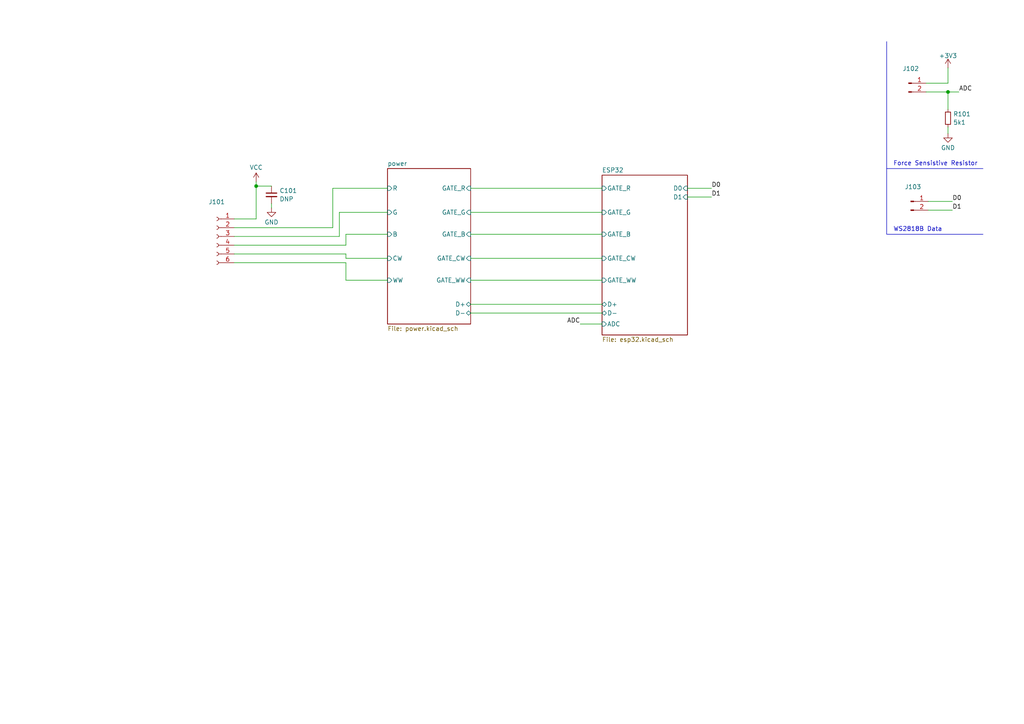
<source format=kicad_sch>
(kicad_sch (version 20230121) (generator eeschema)

  (uuid 0b103096-a731-4980-a7f5-92df1267246e)

  (paper "A4")

  (lib_symbols
    (symbol "Connector:Conn_01x02_Pin" (pin_names (offset 1.016) hide) (in_bom yes) (on_board yes)
      (property "Reference" "J" (at 0 2.54 0)
        (effects (font (size 1.27 1.27)))
      )
      (property "Value" "Conn_01x02_Pin" (at 0 -5.08 0)
        (effects (font (size 1.27 1.27)))
      )
      (property "Footprint" "" (at 0 0 0)
        (effects (font (size 1.27 1.27)) hide)
      )
      (property "Datasheet" "~" (at 0 0 0)
        (effects (font (size 1.27 1.27)) hide)
      )
      (property "ki_locked" "" (at 0 0 0)
        (effects (font (size 1.27 1.27)))
      )
      (property "ki_keywords" "connector" (at 0 0 0)
        (effects (font (size 1.27 1.27)) hide)
      )
      (property "ki_description" "Generic connector, single row, 01x02, script generated" (at 0 0 0)
        (effects (font (size 1.27 1.27)) hide)
      )
      (property "ki_fp_filters" "Connector*:*_1x??_*" (at 0 0 0)
        (effects (font (size 1.27 1.27)) hide)
      )
      (symbol "Conn_01x02_Pin_1_1"
        (polyline
          (pts
            (xy 1.27 -2.54)
            (xy 0.8636 -2.54)
          )
          (stroke (width 0.1524) (type default))
          (fill (type none))
        )
        (polyline
          (pts
            (xy 1.27 0)
            (xy 0.8636 0)
          )
          (stroke (width 0.1524) (type default))
          (fill (type none))
        )
        (rectangle (start 0.8636 -2.413) (end 0 -2.667)
          (stroke (width 0.1524) (type default))
          (fill (type outline))
        )
        (rectangle (start 0.8636 0.127) (end 0 -0.127)
          (stroke (width 0.1524) (type default))
          (fill (type outline))
        )
        (pin passive line (at 5.08 0 180) (length 3.81)
          (name "Pin_1" (effects (font (size 1.27 1.27))))
          (number "1" (effects (font (size 1.27 1.27))))
        )
        (pin passive line (at 5.08 -2.54 180) (length 3.81)
          (name "Pin_2" (effects (font (size 1.27 1.27))))
          (number "2" (effects (font (size 1.27 1.27))))
        )
      )
    )
    (symbol "Connector:Conn_01x06_Socket" (pin_names (offset 1.016) hide) (in_bom yes) (on_board yes)
      (property "Reference" "J" (at 0 7.62 0)
        (effects (font (size 1.27 1.27)))
      )
      (property "Value" "Conn_01x06_Socket" (at 0 -10.16 0)
        (effects (font (size 1.27 1.27)))
      )
      (property "Footprint" "" (at 0 0 0)
        (effects (font (size 1.27 1.27)) hide)
      )
      (property "Datasheet" "~" (at 0 0 0)
        (effects (font (size 1.27 1.27)) hide)
      )
      (property "ki_locked" "" (at 0 0 0)
        (effects (font (size 1.27 1.27)))
      )
      (property "ki_keywords" "connector" (at 0 0 0)
        (effects (font (size 1.27 1.27)) hide)
      )
      (property "ki_description" "Generic connector, single row, 01x06, script generated" (at 0 0 0)
        (effects (font (size 1.27 1.27)) hide)
      )
      (property "ki_fp_filters" "Connector*:*_1x??_*" (at 0 0 0)
        (effects (font (size 1.27 1.27)) hide)
      )
      (symbol "Conn_01x06_Socket_1_1"
        (arc (start 0 -7.112) (mid -0.5058 -7.62) (end 0 -8.128)
          (stroke (width 0.1524) (type default))
          (fill (type none))
        )
        (arc (start 0 -4.572) (mid -0.5058 -5.08) (end 0 -5.588)
          (stroke (width 0.1524) (type default))
          (fill (type none))
        )
        (arc (start 0 -2.032) (mid -0.5058 -2.54) (end 0 -3.048)
          (stroke (width 0.1524) (type default))
          (fill (type none))
        )
        (polyline
          (pts
            (xy -1.27 -7.62)
            (xy -0.508 -7.62)
          )
          (stroke (width 0.1524) (type default))
          (fill (type none))
        )
        (polyline
          (pts
            (xy -1.27 -5.08)
            (xy -0.508 -5.08)
          )
          (stroke (width 0.1524) (type default))
          (fill (type none))
        )
        (polyline
          (pts
            (xy -1.27 -2.54)
            (xy -0.508 -2.54)
          )
          (stroke (width 0.1524) (type default))
          (fill (type none))
        )
        (polyline
          (pts
            (xy -1.27 0)
            (xy -0.508 0)
          )
          (stroke (width 0.1524) (type default))
          (fill (type none))
        )
        (polyline
          (pts
            (xy -1.27 2.54)
            (xy -0.508 2.54)
          )
          (stroke (width 0.1524) (type default))
          (fill (type none))
        )
        (polyline
          (pts
            (xy -1.27 5.08)
            (xy -0.508 5.08)
          )
          (stroke (width 0.1524) (type default))
          (fill (type none))
        )
        (arc (start 0 0.508) (mid -0.5058 0) (end 0 -0.508)
          (stroke (width 0.1524) (type default))
          (fill (type none))
        )
        (arc (start 0 3.048) (mid -0.5058 2.54) (end 0 2.032)
          (stroke (width 0.1524) (type default))
          (fill (type none))
        )
        (arc (start 0 5.588) (mid -0.5058 5.08) (end 0 4.572)
          (stroke (width 0.1524) (type default))
          (fill (type none))
        )
        (pin passive line (at -5.08 5.08 0) (length 3.81)
          (name "Pin_1" (effects (font (size 1.27 1.27))))
          (number "1" (effects (font (size 1.27 1.27))))
        )
        (pin passive line (at -5.08 2.54 0) (length 3.81)
          (name "Pin_2" (effects (font (size 1.27 1.27))))
          (number "2" (effects (font (size 1.27 1.27))))
        )
        (pin passive line (at -5.08 0 0) (length 3.81)
          (name "Pin_3" (effects (font (size 1.27 1.27))))
          (number "3" (effects (font (size 1.27 1.27))))
        )
        (pin passive line (at -5.08 -2.54 0) (length 3.81)
          (name "Pin_4" (effects (font (size 1.27 1.27))))
          (number "4" (effects (font (size 1.27 1.27))))
        )
        (pin passive line (at -5.08 -5.08 0) (length 3.81)
          (name "Pin_5" (effects (font (size 1.27 1.27))))
          (number "5" (effects (font (size 1.27 1.27))))
        )
        (pin passive line (at -5.08 -7.62 0) (length 3.81)
          (name "Pin_6" (effects (font (size 1.27 1.27))))
          (number "6" (effects (font (size 1.27 1.27))))
        )
      )
    )
    (symbol "Device:C_Small" (pin_numbers hide) (pin_names (offset 0.254) hide) (in_bom yes) (on_board yes)
      (property "Reference" "C" (at 0.254 1.778 0)
        (effects (font (size 1.27 1.27)) (justify left))
      )
      (property "Value" "C_Small" (at 0.254 -2.032 0)
        (effects (font (size 1.27 1.27)) (justify left))
      )
      (property "Footprint" "" (at 0 0 0)
        (effects (font (size 1.27 1.27)) hide)
      )
      (property "Datasheet" "~" (at 0 0 0)
        (effects (font (size 1.27 1.27)) hide)
      )
      (property "ki_keywords" "capacitor cap" (at 0 0 0)
        (effects (font (size 1.27 1.27)) hide)
      )
      (property "ki_description" "Unpolarized capacitor, small symbol" (at 0 0 0)
        (effects (font (size 1.27 1.27)) hide)
      )
      (property "ki_fp_filters" "C_*" (at 0 0 0)
        (effects (font (size 1.27 1.27)) hide)
      )
      (symbol "C_Small_0_1"
        (polyline
          (pts
            (xy -1.524 -0.508)
            (xy 1.524 -0.508)
          )
          (stroke (width 0.3302) (type default))
          (fill (type none))
        )
        (polyline
          (pts
            (xy -1.524 0.508)
            (xy 1.524 0.508)
          )
          (stroke (width 0.3048) (type default))
          (fill (type none))
        )
      )
      (symbol "C_Small_1_1"
        (pin passive line (at 0 2.54 270) (length 2.032)
          (name "~" (effects (font (size 1.27 1.27))))
          (number "1" (effects (font (size 1.27 1.27))))
        )
        (pin passive line (at 0 -2.54 90) (length 2.032)
          (name "~" (effects (font (size 1.27 1.27))))
          (number "2" (effects (font (size 1.27 1.27))))
        )
      )
    )
    (symbol "Device:R_Small" (pin_numbers hide) (pin_names (offset 0.254) hide) (in_bom yes) (on_board yes)
      (property "Reference" "R" (at 0.762 0.508 0)
        (effects (font (size 1.27 1.27)) (justify left))
      )
      (property "Value" "R_Small" (at 0.762 -1.016 0)
        (effects (font (size 1.27 1.27)) (justify left))
      )
      (property "Footprint" "" (at 0 0 0)
        (effects (font (size 1.27 1.27)) hide)
      )
      (property "Datasheet" "~" (at 0 0 0)
        (effects (font (size 1.27 1.27)) hide)
      )
      (property "ki_keywords" "R resistor" (at 0 0 0)
        (effects (font (size 1.27 1.27)) hide)
      )
      (property "ki_description" "Resistor, small symbol" (at 0 0 0)
        (effects (font (size 1.27 1.27)) hide)
      )
      (property "ki_fp_filters" "R_*" (at 0 0 0)
        (effects (font (size 1.27 1.27)) hide)
      )
      (symbol "R_Small_0_1"
        (rectangle (start -0.762 1.778) (end 0.762 -1.778)
          (stroke (width 0.2032) (type default))
          (fill (type none))
        )
      )
      (symbol "R_Small_1_1"
        (pin passive line (at 0 2.54 270) (length 0.762)
          (name "~" (effects (font (size 1.27 1.27))))
          (number "1" (effects (font (size 1.27 1.27))))
        )
        (pin passive line (at 0 -2.54 90) (length 0.762)
          (name "~" (effects (font (size 1.27 1.27))))
          (number "2" (effects (font (size 1.27 1.27))))
        )
      )
    )
    (symbol "power:+3V3" (power) (pin_names (offset 0)) (in_bom yes) (on_board yes)
      (property "Reference" "#PWR" (at 0 -3.81 0)
        (effects (font (size 1.27 1.27)) hide)
      )
      (property "Value" "+3V3" (at 0 3.556 0)
        (effects (font (size 1.27 1.27)))
      )
      (property "Footprint" "" (at 0 0 0)
        (effects (font (size 1.27 1.27)) hide)
      )
      (property "Datasheet" "" (at 0 0 0)
        (effects (font (size 1.27 1.27)) hide)
      )
      (property "ki_keywords" "global power" (at 0 0 0)
        (effects (font (size 1.27 1.27)) hide)
      )
      (property "ki_description" "Power symbol creates a global label with name \"+3V3\"" (at 0 0 0)
        (effects (font (size 1.27 1.27)) hide)
      )
      (symbol "+3V3_0_1"
        (polyline
          (pts
            (xy -0.762 1.27)
            (xy 0 2.54)
          )
          (stroke (width 0) (type default))
          (fill (type none))
        )
        (polyline
          (pts
            (xy 0 0)
            (xy 0 2.54)
          )
          (stroke (width 0) (type default))
          (fill (type none))
        )
        (polyline
          (pts
            (xy 0 2.54)
            (xy 0.762 1.27)
          )
          (stroke (width 0) (type default))
          (fill (type none))
        )
      )
      (symbol "+3V3_1_1"
        (pin power_in line (at 0 0 90) (length 0) hide
          (name "+3V3" (effects (font (size 1.27 1.27))))
          (number "1" (effects (font (size 1.27 1.27))))
        )
      )
    )
    (symbol "power:GND" (power) (pin_names (offset 0)) (in_bom yes) (on_board yes)
      (property "Reference" "#PWR" (at 0 -6.35 0)
        (effects (font (size 1.27 1.27)) hide)
      )
      (property "Value" "GND" (at 0 -3.81 0)
        (effects (font (size 1.27 1.27)))
      )
      (property "Footprint" "" (at 0 0 0)
        (effects (font (size 1.27 1.27)) hide)
      )
      (property "Datasheet" "" (at 0 0 0)
        (effects (font (size 1.27 1.27)) hide)
      )
      (property "ki_keywords" "global power" (at 0 0 0)
        (effects (font (size 1.27 1.27)) hide)
      )
      (property "ki_description" "Power symbol creates a global label with name \"GND\" , ground" (at 0 0 0)
        (effects (font (size 1.27 1.27)) hide)
      )
      (symbol "GND_0_1"
        (polyline
          (pts
            (xy 0 0)
            (xy 0 -1.27)
            (xy 1.27 -1.27)
            (xy 0 -2.54)
            (xy -1.27 -1.27)
            (xy 0 -1.27)
          )
          (stroke (width 0) (type default))
          (fill (type none))
        )
      )
      (symbol "GND_1_1"
        (pin power_in line (at 0 0 270) (length 0) hide
          (name "GND" (effects (font (size 1.27 1.27))))
          (number "1" (effects (font (size 1.27 1.27))))
        )
      )
    )
    (symbol "power:VCC" (power) (pin_names (offset 0)) (in_bom yes) (on_board yes)
      (property "Reference" "#PWR" (at 0 -3.81 0)
        (effects (font (size 1.27 1.27)) hide)
      )
      (property "Value" "VCC" (at 0 3.81 0)
        (effects (font (size 1.27 1.27)))
      )
      (property "Footprint" "" (at 0 0 0)
        (effects (font (size 1.27 1.27)) hide)
      )
      (property "Datasheet" "" (at 0 0 0)
        (effects (font (size 1.27 1.27)) hide)
      )
      (property "ki_keywords" "global power" (at 0 0 0)
        (effects (font (size 1.27 1.27)) hide)
      )
      (property "ki_description" "Power symbol creates a global label with name \"VCC\"" (at 0 0 0)
        (effects (font (size 1.27 1.27)) hide)
      )
      (symbol "VCC_0_1"
        (polyline
          (pts
            (xy -0.762 1.27)
            (xy 0 2.54)
          )
          (stroke (width 0) (type default))
          (fill (type none))
        )
        (polyline
          (pts
            (xy 0 0)
            (xy 0 2.54)
          )
          (stroke (width 0) (type default))
          (fill (type none))
        )
        (polyline
          (pts
            (xy 0 2.54)
            (xy 0.762 1.27)
          )
          (stroke (width 0) (type default))
          (fill (type none))
        )
      )
      (symbol "VCC_1_1"
        (pin power_in line (at 0 0 90) (length 0) hide
          (name "VCC" (effects (font (size 1.27 1.27))))
          (number "1" (effects (font (size 1.27 1.27))))
        )
      )
    )
  )

  (junction (at 74.295 53.975) (diameter 0) (color 0 0 0 0)
    (uuid 89ea689d-8710-4e40-a5a5-002bd156b872)
  )
  (junction (at 274.955 26.67) (diameter 0) (color 0 0 0 0)
    (uuid baecd981-74df-4f30-b5d9-c41a0e51ea2b)
  )

  (wire (pts (xy 136.525 54.61) (xy 174.625 54.61))
    (stroke (width 0) (type default))
    (uuid 0dedd5b2-4863-442b-80e4-9fefb8934232)
  )
  (wire (pts (xy 112.395 81.28) (xy 100.33 81.28))
    (stroke (width 0) (type default))
    (uuid 0f91a619-942c-4f0a-aa32-46adb616c845)
  )
  (wire (pts (xy 112.395 61.595) (xy 98.425 61.595))
    (stroke (width 0) (type default))
    (uuid 0fe04589-f5cf-43ec-9405-5cb28b9b3f29)
  )
  (wire (pts (xy 98.425 61.595) (xy 98.425 68.58))
    (stroke (width 0) (type default))
    (uuid 12c80bde-ef91-49fa-98a5-2d5afd141efc)
  )
  (wire (pts (xy 100.33 76.2) (xy 67.945 76.2))
    (stroke (width 0) (type default))
    (uuid 1451d4e9-709f-41ca-a169-d12cbd8a4ec2)
  )
  (wire (pts (xy 136.525 61.595) (xy 174.625 61.595))
    (stroke (width 0) (type default))
    (uuid 149019e7-b50d-4154-9c02-7f8ec6e94da5)
  )
  (wire (pts (xy 274.955 26.67) (xy 274.955 31.75))
    (stroke (width 0) (type default))
    (uuid 1bc29d0b-b4e4-42a7-8d2b-46be58066b2b)
  )
  (wire (pts (xy 274.955 19.685) (xy 274.955 24.13))
    (stroke (width 0) (type default))
    (uuid 1ccb123f-eeaa-4765-9d76-07c936c682e6)
  )
  (wire (pts (xy 268.605 24.13) (xy 274.955 24.13))
    (stroke (width 0) (type default))
    (uuid 2ec8aaae-7e9b-4ec8-9804-f793f34def9e)
  )
  (wire (pts (xy 100.33 71.12) (xy 100.33 67.945))
    (stroke (width 0) (type default))
    (uuid 3d471c1e-e766-454b-a4ae-9347f21b5eb6)
  )
  (wire (pts (xy 136.525 90.805) (xy 174.625 90.805))
    (stroke (width 0) (type default))
    (uuid 3d915bed-6092-480f-94c1-33263d2308e1)
  )
  (wire (pts (xy 98.425 68.58) (xy 67.945 68.58))
    (stroke (width 0) (type default))
    (uuid 3e0933b1-37e8-4483-ba25-21e996ab68ba)
  )
  (wire (pts (xy 268.605 26.67) (xy 274.955 26.67))
    (stroke (width 0) (type default))
    (uuid 407d3965-31f8-4199-9649-736d195f3542)
  )
  (wire (pts (xy 100.33 73.66) (xy 100.33 74.93))
    (stroke (width 0) (type default))
    (uuid 4449a231-a4ce-4e85-9090-f614264ae6d9)
  )
  (wire (pts (xy 74.295 63.5) (xy 67.945 63.5))
    (stroke (width 0) (type default))
    (uuid 454b9188-83d4-4427-811a-ea96f075aa99)
  )
  (wire (pts (xy 78.74 59.055) (xy 78.74 60.325))
    (stroke (width 0) (type default))
    (uuid 5b332332-a024-455a-8171-8b3e352145e8)
  )
  (wire (pts (xy 199.39 57.15) (xy 206.375 57.15))
    (stroke (width 0) (type default))
    (uuid 5b97490b-0f7e-4e39-9326-7a2f33755413)
  )
  (wire (pts (xy 96.52 54.61) (xy 112.395 54.61))
    (stroke (width 0) (type default))
    (uuid 5d07cf3d-184d-498c-b5ee-41186d5a8365)
  )
  (polyline (pts (xy 257.175 12.065) (xy 257.175 48.895))
    (stroke (width 0) (type default))
    (uuid 61cfaa6b-777b-41c6-9444-19c774550c03)
  )

  (wire (pts (xy 67.945 73.66) (xy 100.33 73.66))
    (stroke (width 0) (type default))
    (uuid 623f5f19-2b03-49a6-a95e-d2d9cb5b6d11)
  )
  (polyline (pts (xy 285.115 48.895) (xy 257.175 48.895))
    (stroke (width 0) (type default))
    (uuid 63447860-40f1-4dd6-8716-a676334a6bb7)
  )

  (wire (pts (xy 274.955 36.83) (xy 274.955 38.735))
    (stroke (width 0) (type default))
    (uuid 6c3365ec-5b7c-47ce-9a4f-e3e7f2ebb292)
  )
  (wire (pts (xy 74.295 52.705) (xy 74.295 53.975))
    (stroke (width 0) (type default))
    (uuid 76168152-c800-425d-8653-3aab329d94b1)
  )
  (wire (pts (xy 136.525 88.265) (xy 174.625 88.265))
    (stroke (width 0) (type default))
    (uuid 81d4c217-5c6a-435e-9383-bf380d704c23)
  )
  (wire (pts (xy 269.24 58.42) (xy 276.225 58.42))
    (stroke (width 0) (type default))
    (uuid 8c900286-7e25-4373-bc41-f4c34c0b1703)
  )
  (wire (pts (xy 136.525 81.28) (xy 174.625 81.28))
    (stroke (width 0) (type default))
    (uuid 9035df7a-6a7e-427a-9483-cfebe51c1036)
  )
  (wire (pts (xy 67.945 66.04) (xy 96.52 66.04))
    (stroke (width 0) (type default))
    (uuid 9a88031d-363d-4357-b676-b1fa6b5f5ee4)
  )
  (wire (pts (xy 100.33 67.945) (xy 112.395 67.945))
    (stroke (width 0) (type default))
    (uuid a2c75dee-e714-4b66-8e24-624f95f6f827)
  )
  (wire (pts (xy 96.52 66.04) (xy 96.52 54.61))
    (stroke (width 0) (type default))
    (uuid af995dc4-d39d-46ab-a61c-5374081f2bb3)
  )
  (wire (pts (xy 100.33 74.93) (xy 112.395 74.93))
    (stroke (width 0) (type default))
    (uuid b309cad7-8b9e-4c04-9e1e-b4ebf63dc620)
  )
  (wire (pts (xy 67.945 71.12) (xy 100.33 71.12))
    (stroke (width 0) (type default))
    (uuid b9686187-a480-4559-82d1-82f597fc078c)
  )
  (wire (pts (xy 199.39 54.61) (xy 206.375 54.61))
    (stroke (width 0) (type default))
    (uuid b9d6f218-0f1d-410f-9d41-cee18a916d52)
  )
  (polyline (pts (xy 257.175 48.895) (xy 257.175 67.945))
    (stroke (width 0) (type default))
    (uuid be4a996e-b040-46de-8fe9-8b3f153435b6)
  )

  (wire (pts (xy 74.295 53.975) (xy 78.74 53.975))
    (stroke (width 0) (type default))
    (uuid c5ea0771-b312-472c-8676-6816ad47612a)
  )
  (wire (pts (xy 168.275 93.98) (xy 174.625 93.98))
    (stroke (width 0) (type default))
    (uuid caf8e12c-ba24-4eeb-a42e-c3e85bfc9b44)
  )
  (wire (pts (xy 136.525 74.93) (xy 174.625 74.93))
    (stroke (width 0) (type default))
    (uuid ce06051e-a879-4a26-8555-17b04ea25ba5)
  )
  (wire (pts (xy 100.33 81.28) (xy 100.33 76.2))
    (stroke (width 0) (type default))
    (uuid e26f475f-dec9-48f5-84d9-a5bcb55e09f9)
  )
  (polyline (pts (xy 257.175 67.945) (xy 285.115 67.945))
    (stroke (width 0) (type default))
    (uuid f1a931cb-89c7-4646-8302-4afd989236f5)
  )

  (wire (pts (xy 274.955 26.67) (xy 278.13 26.67))
    (stroke (width 0) (type default))
    (uuid f4976253-af8c-422e-b115-e2bac2fc40ab)
  )
  (wire (pts (xy 74.295 53.975) (xy 74.295 63.5))
    (stroke (width 0) (type default))
    (uuid f93686a9-d6e5-4792-bc80-41e0f70a447f)
  )
  (wire (pts (xy 269.24 60.96) (xy 276.225 60.96))
    (stroke (width 0) (type default))
    (uuid facbcdc7-0448-4019-9ea3-0afb77a1726a)
  )
  (wire (pts (xy 136.525 67.945) (xy 174.625 67.945))
    (stroke (width 0) (type default))
    (uuid fef337ad-1e6f-486d-931d-1e859fbf2847)
  )

  (text "WS2818B Data" (at 259.08 67.31 0)
    (effects (font (size 1.27 1.27)) (justify left bottom))
    (uuid 39bca20d-3dc4-4116-848d-1710a16901bf)
  )
  (text "Force Sensistive Resistor" (at 259.08 48.26 0)
    (effects (font (size 1.27 1.27)) (justify left bottom))
    (uuid e3078242-28ce-4cf8-9227-b50a3cbc320e)
  )

  (label "ADC" (at 168.275 93.98 180) (fields_autoplaced)
    (effects (font (size 1.27 1.27)) (justify right bottom))
    (uuid 74897004-4a70-4316-b220-cca0afd24d5c)
  )
  (label "D0" (at 276.225 58.42 0) (fields_autoplaced)
    (effects (font (size 1.27 1.27)) (justify left bottom))
    (uuid b4b68a20-653f-4e12-9c2f-36063823c49f)
  )
  (label "D1" (at 276.225 60.96 0) (fields_autoplaced)
    (effects (font (size 1.27 1.27)) (justify left bottom))
    (uuid c52f309b-894b-4931-867c-f4491d43aa5c)
  )
  (label "D1" (at 206.375 57.15 0) (fields_autoplaced)
    (effects (font (size 1.27 1.27)) (justify left bottom))
    (uuid c5fba6a7-862f-4293-8da7-cfbc61430ae5)
  )
  (label "ADC" (at 278.13 26.67 0) (fields_autoplaced)
    (effects (font (size 1.27 1.27)) (justify left bottom))
    (uuid cf3c61f5-bcba-4849-8740-d90934255881)
  )
  (label "D0" (at 206.375 54.61 0) (fields_autoplaced)
    (effects (font (size 1.27 1.27)) (justify left bottom))
    (uuid e464e7c8-2846-4bda-8a08-ae50600cdd69)
  )

  (symbol (lib_id "power:GND") (at 274.955 38.735 0) (unit 1)
    (in_bom yes) (on_board yes) (dnp no) (fields_autoplaced)
    (uuid 0492a06f-4b3e-4f9d-8188-1a343d32cddf)
    (property "Reference" "#PWR0302" (at 274.955 45.085 0)
      (effects (font (size 1.27 1.27)) hide)
    )
    (property "Value" "GND" (at 274.955 42.8705 0)
      (effects (font (size 1.27 1.27)))
    )
    (property "Footprint" "" (at 274.955 38.735 0)
      (effects (font (size 1.27 1.27)) hide)
    )
    (property "Datasheet" "" (at 274.955 38.735 0)
      (effects (font (size 1.27 1.27)) hide)
    )
    (pin "1" (uuid 28f1cc74-f462-4cf9-9ed3-4f89b23a1874))
    (instances
      (project "esp-lightthing"
        (path "/0b103096-a731-4980-a7f5-92df1267246e/8ad7d6df-9e47-4169-ab41-228f84034efb"
          (reference "#PWR0302") (unit 1)
        )
        (path "/0b103096-a731-4980-a7f5-92df1267246e"
          (reference "#PWR0102") (unit 1)
        )
      )
      (project "esp"
        (path "/d8fe67a6-0689-48b0-90b5-ae5bbcd4903f/a20e1ea5-baf5-46c7-887c-3485b8e49df2"
          (reference "#PWR04") (unit 1)
        )
      )
    )
  )

  (symbol (lib_id "Connector:Conn_01x02_Pin") (at 264.16 58.42 0) (unit 1)
    (in_bom yes) (on_board yes) (dnp no) (fields_autoplaced)
    (uuid 1c2af9ca-8c2c-4b92-9fa5-7994e8a8504c)
    (property "Reference" "J103" (at 264.795 54.1995 0)
      (effects (font (size 1.27 1.27)))
    )
    (property "Value" "Conn_01x02_Pin" (at 264.795 56.6237 0)
      (effects (font (size 1.27 1.27)) hide)
    )
    (property "Footprint" "Connector_PinHeader_2.54mm:PinHeader_1x02_P2.54mm_Vertical" (at 264.16 58.42 0)
      (effects (font (size 1.27 1.27)) hide)
    )
    (property "Datasheet" "~" (at 264.16 58.42 0)
      (effects (font (size 1.27 1.27)) hide)
    )
    (pin "1" (uuid a988b957-fc62-48b1-b6ac-b66666371841))
    (pin "2" (uuid 44bbce8c-57f7-415f-83fd-e415f72e1378))
    (instances
      (project "esp-lightthing"
        (path "/0b103096-a731-4980-a7f5-92df1267246e"
          (reference "J103") (unit 1)
        )
      )
    )
  )

  (symbol (lib_id "power:VCC") (at 74.295 52.705 0) (unit 1)
    (in_bom yes) (on_board yes) (dnp no) (fields_autoplaced)
    (uuid 57a9adf9-2d1a-4ae4-80ef-cc3452c138cb)
    (property "Reference" "#PWR027" (at 74.295 56.515 0)
      (effects (font (size 1.27 1.27)) hide)
    )
    (property "Value" "VCC" (at 74.295 48.5719 0)
      (effects (font (size 1.27 1.27)))
    )
    (property "Footprint" "" (at 74.295 52.705 0)
      (effects (font (size 1.27 1.27)) hide)
    )
    (property "Datasheet" "" (at 74.295 52.705 0)
      (effects (font (size 1.27 1.27)) hide)
    )
    (pin "1" (uuid 83d10da5-20e8-4d8a-a1a0-f7e68157413f))
    (instances
      (project "esp-lightthing"
        (path "/0b103096-a731-4980-a7f5-92df1267246e/140b74e8-edad-4950-8399-0dacc5925973"
          (reference "#PWR027") (unit 1)
        )
        (path "/0b103096-a731-4980-a7f5-92df1267246e"
          (reference "#PWR07") (unit 1)
        )
      )
    )
  )

  (symbol (lib_id "power:GND") (at 78.74 60.325 0) (unit 1)
    (in_bom yes) (on_board yes) (dnp no) (fields_autoplaced)
    (uuid 6c75b2ea-2e81-4260-b5ac-d7254b82fcbd)
    (property "Reference" "#PWR0103" (at 78.74 66.675 0)
      (effects (font (size 1.27 1.27)) hide)
    )
    (property "Value" "GND" (at 78.74 64.4581 0)
      (effects (font (size 1.27 1.27)))
    )
    (property "Footprint" "" (at 78.74 60.325 0)
      (effects (font (size 1.27 1.27)) hide)
    )
    (property "Datasheet" "" (at 78.74 60.325 0)
      (effects (font (size 1.27 1.27)) hide)
    )
    (pin "1" (uuid cb75bb1d-ee21-43a4-9e79-98937b920d94))
    (instances
      (project "esp-lightthing"
        (path "/0b103096-a731-4980-a7f5-92df1267246e"
          (reference "#PWR0103") (unit 1)
        )
      )
    )
  )

  (symbol (lib_id "Connector:Conn_01x06_Socket") (at 62.865 68.58 0) (mirror y) (unit 1)
    (in_bom yes) (on_board yes) (dnp no)
    (uuid 7bf0874a-f734-4f02-b7e8-0d268ef912a5)
    (property "Reference" "J101" (at 62.865 58.563 0)
      (effects (font (size 1.27 1.27)))
    )
    (property "Value" "Conn_01x06_Socket" (at 62.865 56.515 0)
      (effects (font (size 1.27 1.27)) hide)
    )
    (property "Footprint" "peepeedoodookaka:WJ124-3.81-6P" (at 62.865 68.58 0)
      (effects (font (size 1.27 1.27)) hide)
    )
    (property "Datasheet" "~" (at 62.865 68.58 0)
      (effects (font (size 1.27 1.27)) hide)
    )
    (pin "1" (uuid 211a68d6-711c-4601-ac39-a147d3da8220))
    (pin "2" (uuid 801f844d-5ede-42ae-8a07-bfee58752348))
    (pin "3" (uuid ad78ff14-e8a0-49e3-8071-4235b50e1aed))
    (pin "4" (uuid d4707e4f-5968-418e-96d4-e211432c1e46))
    (pin "5" (uuid 89dad9e3-e994-483d-a25c-2fdd236740c4))
    (pin "6" (uuid d704bd35-f3d8-418d-aa98-6b98de87dcf1))
    (instances
      (project "esp-lightthing"
        (path "/0b103096-a731-4980-a7f5-92df1267246e"
          (reference "J101") (unit 1)
        )
      )
    )
  )

  (symbol (lib_id "power:+3V3") (at 274.955 19.685 0) (unit 1)
    (in_bom yes) (on_board yes) (dnp no)
    (uuid 8ff80f78-adab-487e-9498-ed02ea630f65)
    (property "Reference" "#PWR0301" (at 274.955 23.495 0)
      (effects (font (size 1.27 1.27)) hide)
    )
    (property "Value" "+3V3" (at 274.955 16.1831 0)
      (effects (font (size 1.27 1.27)))
    )
    (property "Footprint" "" (at 274.955 19.685 0)
      (effects (font (size 1.27 1.27)) hide)
    )
    (property "Datasheet" "" (at 274.955 19.685 0)
      (effects (font (size 1.27 1.27)) hide)
    )
    (pin "1" (uuid 4fb18301-603b-4bad-a728-9026c68d997d))
    (instances
      (project "esp-lightthing"
        (path "/0b103096-a731-4980-a7f5-92df1267246e/8ad7d6df-9e47-4169-ab41-228f84034efb"
          (reference "#PWR0301") (unit 1)
        )
        (path "/0b103096-a731-4980-a7f5-92df1267246e"
          (reference "#PWR0101") (unit 1)
        )
      )
      (project "esp"
        (path "/d8fe67a6-0689-48b0-90b5-ae5bbcd4903f/a20e1ea5-baf5-46c7-887c-3485b8e49df2"
          (reference "#PWR015") (unit 1)
        )
      )
    )
  )

  (symbol (lib_id "Device:C_Small") (at 78.74 56.515 0) (unit 1)
    (in_bom yes) (on_board yes) (dnp no) (fields_autoplaced)
    (uuid c90e4cf6-43a7-44f9-86dd-5a4e2535877b)
    (property "Reference" "C101" (at 81.0641 55.3092 0)
      (effects (font (size 1.27 1.27)) (justify left))
    )
    (property "Value" "DNP" (at 81.0641 57.7334 0)
      (effects (font (size 1.27 1.27)) (justify left))
    )
    (property "Footprint" "Connector_PinHeader_2.54mm:PinHeader_1x02_P2.54mm_Vertical" (at 78.74 56.515 0)
      (effects (font (size 1.27 1.27)) hide)
    )
    (property "Datasheet" "~" (at 78.74 56.515 0)
      (effects (font (size 1.27 1.27)) hide)
    )
    (pin "1" (uuid ebb3ac31-d83d-4dd2-8f17-2b0780c23d73))
    (pin "2" (uuid d26c0a42-befa-4fb1-a488-da390efce0e5))
    (instances
      (project "esp-lightthing"
        (path "/0b103096-a731-4980-a7f5-92df1267246e"
          (reference "C101") (unit 1)
        )
      )
    )
  )

  (symbol (lib_id "Device:R_Small") (at 274.955 34.29 0) (unit 1)
    (in_bom yes) (on_board yes) (dnp no) (fields_autoplaced)
    (uuid d939c5a8-8092-4b58-98e3-4036b4314823)
    (property "Reference" "R302" (at 276.4536 33.0779 0)
      (effects (font (size 1.27 1.27)) (justify left))
    )
    (property "Value" "5k1" (at 276.4536 35.5021 0)
      (effects (font (size 1.27 1.27)) (justify left))
    )
    (property "Footprint" "Resistor_SMD:R_0402_1005Metric" (at 274.955 34.29 0)
      (effects (font (size 1.27 1.27)) hide)
    )
    (property "Datasheet" "~" (at 274.955 34.29 0)
      (effects (font (size 1.27 1.27)) hide)
    )
    (pin "1" (uuid fb3f7c2b-e463-49f9-bd1b-5351527185c4))
    (pin "2" (uuid b3b96a05-ef4b-4de0-a895-778d8f726a32))
    (instances
      (project "esp-lightthing"
        (path "/0b103096-a731-4980-a7f5-92df1267246e/8ad7d6df-9e47-4169-ab41-228f84034efb"
          (reference "R302") (unit 1)
        )
        (path "/0b103096-a731-4980-a7f5-92df1267246e"
          (reference "R101") (unit 1)
        )
      )
      (project "esp"
        (path "/d8fe67a6-0689-48b0-90b5-ae5bbcd4903f/18caef91-1001-428e-8d9c-39705f29246a"
          (reference "R2") (unit 1)
        )
        (path "/d8fe67a6-0689-48b0-90b5-ae5bbcd4903f/a20e1ea5-baf5-46c7-887c-3485b8e49df2"
          (reference "R11") (unit 1)
        )
      )
    )
  )

  (symbol (lib_id "Connector:Conn_01x02_Pin") (at 263.525 24.13 0) (unit 1)
    (in_bom yes) (on_board yes) (dnp no) (fields_autoplaced)
    (uuid f690e0d4-0c47-4d0a-94d4-8e077e379882)
    (property "Reference" "J102" (at 264.16 19.9095 0)
      (effects (font (size 1.27 1.27)))
    )
    (property "Value" "Conn_01x02_Pin" (at 264.16 22.3337 0)
      (effects (font (size 1.27 1.27)) hide)
    )
    (property "Footprint" "Connector_PinHeader_2.54mm:PinHeader_1x02_P2.54mm_Vertical" (at 263.525 24.13 0)
      (effects (font (size 1.27 1.27)) hide)
    )
    (property "Datasheet" "~" (at 263.525 24.13 0)
      (effects (font (size 1.27 1.27)) hide)
    )
    (pin "1" (uuid 286d8a23-fc00-4255-bc11-1cc809b9af59))
    (pin "2" (uuid c3a69559-e367-4dec-9050-c36e6a96fa8c))
    (instances
      (project "esp-lightthing"
        (path "/0b103096-a731-4980-a7f5-92df1267246e"
          (reference "J102") (unit 1)
        )
      )
    )
  )

  (sheet (at 112.395 48.895) (size 24.13 45.085) (fields_autoplaced)
    (stroke (width 0.1524) (type solid))
    (fill (color 0 0 0 0.0000))
    (uuid 140b74e8-edad-4950-8399-0dacc5925973)
    (property "Sheetname" "power" (at 112.395 48.1834 0)
      (effects (font (size 1.27 1.27)) (justify left bottom))
    )
    (property "Sheetfile" "power.kicad_sch" (at 112.395 94.5646 0)
      (effects (font (size 1.27 1.27)) (justify left top))
    )
    (pin "B" input (at 112.395 67.945 180)
      (effects (font (size 1.27 1.27)) (justify left))
      (uuid 3aab6311-1085-4ff0-b9c7-e4c6c955aa28)
    )
    (pin "CW" input (at 112.395 74.93 180)
      (effects (font (size 1.27 1.27)) (justify left))
      (uuid e15931d8-c5aa-4727-a34e-1bfd18b3c002)
    )
    (pin "GATE_CW" input (at 136.525 74.93 0)
      (effects (font (size 1.27 1.27)) (justify right))
      (uuid 201a02a4-e867-46d4-9736-a6cffadb3e22)
    )
    (pin "GATE_B" input (at 136.525 67.945 0)
      (effects (font (size 1.27 1.27)) (justify right))
      (uuid 42324d1a-af27-442e-a7f4-243118027002)
    )
    (pin "WW" input (at 112.395 81.28 180)
      (effects (font (size 1.27 1.27)) (justify left))
      (uuid fbb61d2a-54e3-454a-ac38-42b5fa1742aa)
    )
    (pin "GATE_WW" input (at 136.525 81.28 0)
      (effects (font (size 1.27 1.27)) (justify right))
      (uuid 8de17ee0-efff-4da2-9846-072f5e1df814)
    )
    (pin "G" input (at 112.395 61.595 180)
      (effects (font (size 1.27 1.27)) (justify left))
      (uuid 855750a4-be0d-4da5-823a-67ae91e80944)
    )
    (pin "GATE_R" input (at 136.525 54.61 0)
      (effects (font (size 1.27 1.27)) (justify right))
      (uuid 85720d8c-a449-42a3-b242-97d4497fc432)
    )
    (pin "R" input (at 112.395 54.61 180)
      (effects (font (size 1.27 1.27)) (justify left))
      (uuid 6ce9f0d2-2645-4d7d-9093-d52d922a1fc9)
    )
    (pin "GATE_G" input (at 136.525 61.595 0)
      (effects (font (size 1.27 1.27)) (justify right))
      (uuid f4c1123f-134d-4c3b-8c45-60494632b4e6)
    )
    (pin "D-" bidirectional (at 136.525 90.805 0)
      (effects (font (size 1.27 1.27)) (justify right))
      (uuid 22dd29e0-4799-4857-9c76-2eed071fdab1)
    )
    (pin "D+" bidirectional (at 136.525 88.265 0)
      (effects (font (size 1.27 1.27)) (justify right))
      (uuid ed3d80b0-06e4-4cf1-9f5e-c58e36f57f75)
    )
    (instances
      (project "esp-lightthing"
        (path "/0b103096-a731-4980-a7f5-92df1267246e" (page "2"))
      )
    )
  )

  (sheet (at 174.625 50.8) (size 24.765 46.355) (fields_autoplaced)
    (stroke (width 0.1524) (type solid))
    (fill (color 0 0 0 0.0000))
    (uuid 8ad7d6df-9e47-4169-ab41-228f84034efb)
    (property "Sheetname" "ESP32" (at 174.625 50.0884 0)
      (effects (font (size 1.27 1.27)) (justify left bottom))
    )
    (property "Sheetfile" "esp32.kicad_sch" (at 174.625 97.7396 0)
      (effects (font (size 1.27 1.27)) (justify left top))
    )
    (pin "GATE_WW" input (at 174.625 81.28 180)
      (effects (font (size 1.27 1.27)) (justify left))
      (uuid 55819216-6512-4689-a21e-25e0e4cb861b)
    )
    (pin "D+" bidirectional (at 174.625 88.265 180)
      (effects (font (size 1.27 1.27)) (justify left))
      (uuid 94967a50-a08e-4247-9510-e9c242805be9)
    )
    (pin "D-" bidirectional (at 174.625 90.805 180)
      (effects (font (size 1.27 1.27)) (justify left))
      (uuid 7fb75d48-06ea-4f36-ba64-312e718621a3)
    )
    (pin "GATE_R" input (at 174.625 54.61 180)
      (effects (font (size 1.27 1.27)) (justify left))
      (uuid 2ecbbb8e-6897-402b-83db-5a420066744c)
    )
    (pin "GATE_G" input (at 174.625 61.595 180)
      (effects (font (size 1.27 1.27)) (justify left))
      (uuid b038b140-c019-47c3-8146-50fc0603f0b2)
    )
    (pin "GATE_CW" input (at 174.625 74.93 180)
      (effects (font (size 1.27 1.27)) (justify left))
      (uuid 38d6820e-60f7-4501-b611-8403ae30bb8e)
    )
    (pin "GATE_B" input (at 174.625 67.945 180)
      (effects (font (size 1.27 1.27)) (justify left))
      (uuid 877ad6f1-e4d2-4b18-96c7-7dbe2c62a5fe)
    )
    (pin "ADC" input (at 174.625 93.98 180)
      (effects (font (size 1.27 1.27)) (justify left))
      (uuid 44235709-f67f-4806-b25a-58390d1fc47e)
    )
    (pin "D0" input (at 199.39 54.61 0)
      (effects (font (size 1.27 1.27)) (justify right))
      (uuid 019b93ff-11d4-441b-babf-bd62badd9123)
    )
    (pin "D1" input (at 199.39 57.15 0)
      (effects (font (size 1.27 1.27)) (justify right))
      (uuid 784cfd9e-9bf7-44b2-b84b-c61bc4438e50)
    )
    (instances
      (project "esp-lightthing"
        (path "/0b103096-a731-4980-a7f5-92df1267246e" (page "3"))
      )
    )
  )

  (sheet_instances
    (path "/" (page "1"))
  )
)

</source>
